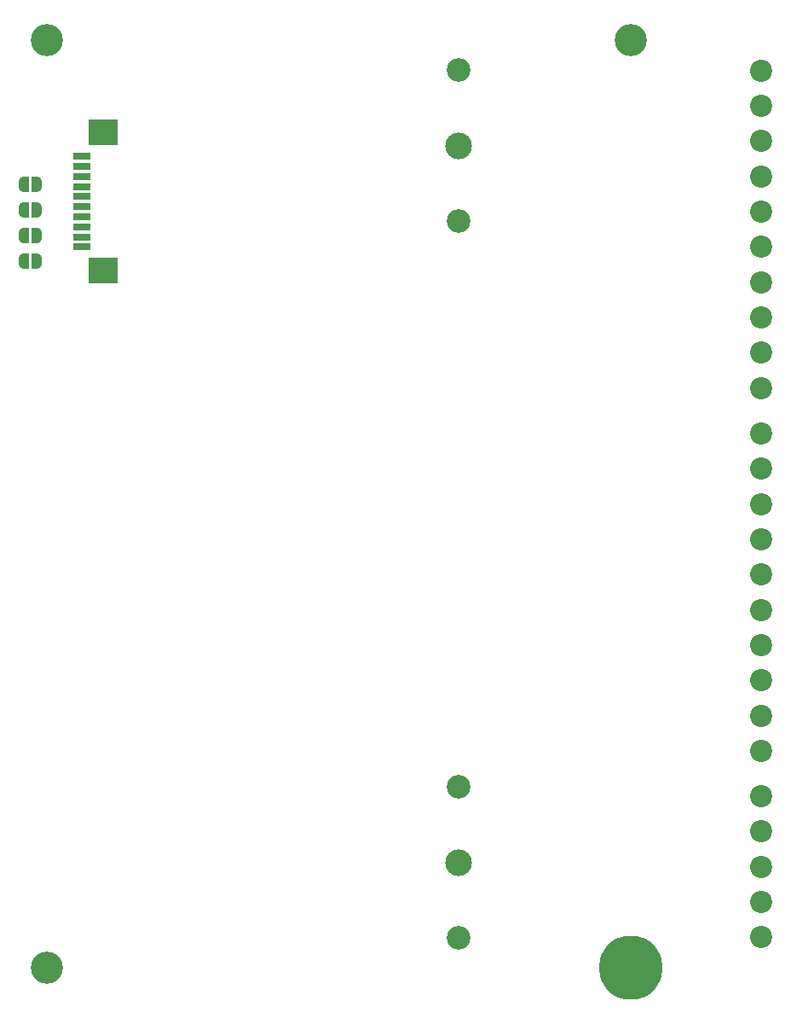
<source format=gbr>
%TF.GenerationSoftware,KiCad,Pcbnew,8.0.7-8.0.7-0~ubuntu24.04.1*%
%TF.CreationDate,2025-01-20T15:28:16+03:00*%
%TF.ProjectId,PM-DQ16-source,504d2d44-5131-4362-9d73-6f757263652e,rev?*%
%TF.SameCoordinates,Original*%
%TF.FileFunction,Soldermask,Bot*%
%TF.FilePolarity,Negative*%
%FSLAX46Y46*%
G04 Gerber Fmt 4.6, Leading zero omitted, Abs format (unit mm)*
G04 Created by KiCad (PCBNEW 8.0.7-8.0.7-0~ubuntu24.04.1) date 2025-01-20 15:28:16*
%MOMM*%
%LPD*%
G01*
G04 APERTURE LIST*
G04 Aperture macros list*
%AMFreePoly0*
4,1,19,0.500000,-0.750000,0.000000,-0.750000,0.000000,-0.744911,-0.071157,-0.744911,-0.207708,-0.704816,-0.327430,-0.627875,-0.420627,-0.520320,-0.479746,-0.390866,-0.500000,-0.250000,-0.500000,0.250000,-0.479746,0.390866,-0.420627,0.520320,-0.327430,0.627875,-0.207708,0.704816,-0.071157,0.744911,0.000000,0.744911,0.000000,0.750000,0.500000,0.750000,0.500000,-0.750000,0.500000,-0.750000,
$1*%
%AMFreePoly1*
4,1,19,0.000000,0.744911,0.071157,0.744911,0.207708,0.704816,0.327430,0.627875,0.420627,0.520320,0.479746,0.390866,0.500000,0.250000,0.500000,-0.250000,0.479746,-0.390866,0.420627,-0.520320,0.327430,-0.627875,0.207708,-0.704816,0.071157,-0.744911,0.000000,-0.744911,0.000000,-0.750000,-0.500000,-0.750000,-0.500000,0.750000,0.000000,0.750000,0.000000,0.744911,0.000000,0.744911,
$1*%
G04 Aperture macros list end*
%ADD10C,2.200000*%
%ADD11C,2.650000*%
%ADD12C,2.350000*%
%ADD13C,3.200000*%
%ADD14O,6.350000X6.350000*%
%ADD15FreePoly0,180.000000*%
%ADD16FreePoly1,180.000000*%
%ADD17R,1.803400X0.635000*%
%ADD18R,2.997200X2.590800*%
G04 APERTURE END LIST*
D10*
%TO.C,J6*%
X25000000Y-29000000D03*
X25000000Y-32500000D03*
X25000000Y-36000000D03*
X25000000Y-39500000D03*
X25000000Y-43000000D03*
%TD*%
%TO.C,J5*%
X25000000Y-24500000D03*
X25000000Y-21000000D03*
X25000000Y-17500000D03*
X25000000Y-14000000D03*
X25000000Y-10500000D03*
X25000000Y-7000000D03*
X25000000Y-3500000D03*
X25000000Y0D03*
X25000000Y3500000D03*
X25000000Y7000000D03*
%TD*%
%TO.C,J3*%
X25000000Y11500000D03*
X25000000Y15000000D03*
X25000000Y18500000D03*
X25000000Y22000000D03*
X25000000Y25500000D03*
X25000000Y29000000D03*
X25000000Y32500000D03*
X25000000Y36000000D03*
X25000000Y39500000D03*
X25000000Y43000000D03*
%TD*%
D11*
%TO.C,U8*%
X-5080000Y35560000D03*
D12*
X-5080000Y28060000D03*
X-5080000Y43060000D03*
%TD*%
D13*
%TO.C,H3*%
X-46000000Y-46000000D03*
%TD*%
D11*
%TO.C,U9*%
X-5080000Y-35560000D03*
D12*
X-5080000Y-28060000D03*
X-5080000Y-43060000D03*
%TD*%
D13*
%TO.C,H2*%
X-46000000Y46000000D03*
%TD*%
%TO.C,H1*%
X12000000Y46000000D03*
%TD*%
D14*
%TO.C,PE1*%
X12000000Y-46000000D03*
%TD*%
D15*
%TO.C,JP2*%
X-46975000Y29210000D03*
D16*
X-48275000Y29210000D03*
%TD*%
D15*
%TO.C,JP4*%
X-46975000Y24130000D03*
D16*
X-48275000Y24130000D03*
%TD*%
D15*
%TO.C,JP1*%
X-46975000Y31750000D03*
D16*
X-48275000Y31750000D03*
%TD*%
D15*
%TO.C,JP3*%
X-46975000Y26670000D03*
D16*
X-48275000Y26670000D03*
%TD*%
D17*
%TO.C,J7*%
X-42556000Y34499991D03*
X-42556000Y33499993D03*
X-42556000Y32499995D03*
X-42556000Y31499997D03*
X-42556000Y30499999D03*
X-42556000Y29500001D03*
X-42556000Y28500003D03*
X-42556000Y27500005D03*
X-42556000Y26500007D03*
X-42556000Y25500009D03*
D18*
X-40385999Y36850002D03*
X-40385999Y23149998D03*
%TD*%
M02*

</source>
